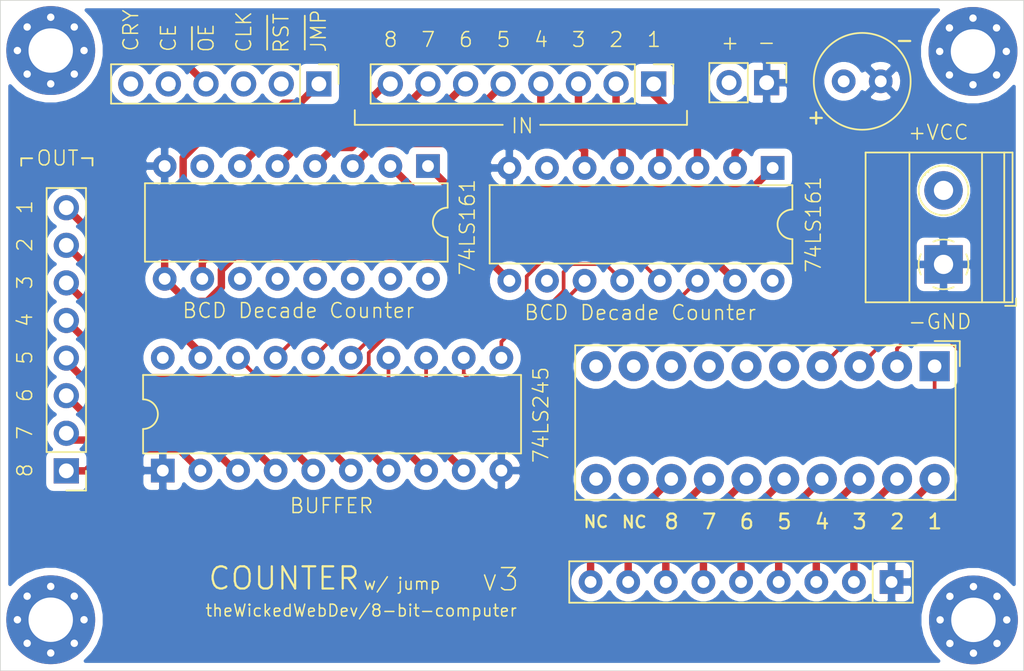
<source format=kicad_pcb>
(kicad_pcb (version 20171130) (host pcbnew "(5.1.9-0-10_14)")
  (layers (0 F.Cu signal) (1 In1.Cu signal) (2 In2.Cu signal hide) (31 B.Cu signal hide) (34 B.Paste user) (35 F.Paste user) (36 B.SilkS user) (37 F.SilkS user) (38 B.Mask user) (39 F.Mask user) (44 Edge.Cuts user))
  (net 0 "")
  (net 1 GND)
  (net 2 VCC)
  (net 3 CE)
  (net 4 OE)
  (net 5 CLOCK)
  (net 6 RESET)
  (net 7 JUMP)
  (net 8 D8)
  (net 9 D7)
  (net 10 D6)
  (net 11 D5)
  (net 12 D4)
  (net 13 D3)
  (net 14 D2)
  (net 15 D1)
  (net 16 "Net-(U12-Pad10)")
  (net 17 "Net-(BAR1-Pad20)")
  (net 18 "Net-(BAR1-Pad19)")
  (net 19 "Net-(BAR1-Pad18)")
  (net 20 "Net-(BAR1-Pad17)")
  (net 21 "Net-(BAR1-Pad9)")
  (net 22 "Net-(BAR1-Pad10)")
  (net 23 "Net-(BAR1-Pad11)")
  (net 24 "Net-(BAR1-Pad12)")
  (net 25 "Net-(BAR1-Pad16)")
  (net 26 "Net-(BAR1-Pad15)")
  (net 27 "Net-(BAR1-Pad14)")
  (net 28 "Net-(BAR1-Pad13)")
  (net 29 B0)
  (net 30 B1)
  (net 31 B2)
  (net 32 B3)
  (net 33 B4)
  (net 34 B5)
  (net 35 B6)
  (net 36 B7)
  (net 37 CARRY_OUT)
  (net 38 OUT_01)
  (net 39 OUT_02)
  (net 40 OUT_03)
  (net 41 OUT_04)
  (net 42 OUT_05)
  (net 43 OUT_06)
  (net 44 OUT_07)
  (net 45 OUT_08)
  (module Connector_PinHeader_2.54mm:PinHeader_1x06_P2.54mm_Vertical (layer F.Cu) (at 98.2955 36.806 270)
    (fp_text reference J22 hide)
    (fp_text value Conn_01x06 hide)
    (fp_line (start -1.33 14.03) (end 1.33 14.03) (layer F.SilkS) (width 0.12))
    (fp_line (start -1.33 1.27) (end -1.33 14.03) (layer F.SilkS) (width 0.12))
    (fp_line (start 1.33 1.27) (end 1.33 14.03) (layer F.SilkS) (width 0.12))
    (fp_line (start -1.33 1.27) (end 1.33 1.27) (layer F.SilkS) (width 0.12))
    (fp_line (start -1.33 0) (end -1.33 -1.33) (layer F.SilkS) (width 0.12))
    (fp_line (start -1.33 -1.33) (end 0 -1.33) (layer F.SilkS) (width 0.12))
    (pad 6 thru_hole oval (at 0 12.7 270) (size 1.7 1.7) (drill 1) (layers *.Cu *.Mask) (net 37 CARRY_OUT))
    (pad 5 thru_hole oval (at 0 10.16 270) (size 1.7 1.7) (drill 1) (layers *.Cu *.Mask) (net 3 CE))
    (pad 4 thru_hole oval (at 0 7.62 270) (size 1.7 1.7) (drill 1) (layers *.Cu *.Mask) (net 4 OE))
    (pad 3 thru_hole oval (at 0 5.08 270) (size 1.7 1.7) (drill 1) (layers *.Cu *.Mask) (net 5 CLOCK))
    (pad 2 thru_hole oval (at 0 2.54 270) (size 1.7 1.7) (drill 1) (layers *.Cu *.Mask) (net 6 RESET))
    (pad 1 thru_hole rect (at 0 0 270) (size 1.7 1.7) (drill 1) (layers *.Cu *.Mask) (net 7 JUMP))
  )
  (module MountingHole:MountingHole_3mm_Pad_Via (layer F.Cu) (at 142.4915 73.0185)
    (fp_text reference REF** hide)
    (fp_text value MountingHole_3mm_Pad_Via hide)
    (pad 1 thru_hole circle (at 1.59099 -1.59099) (size 0.8 0.8) (drill 0.5) (layers *.Cu *.Mask))
    (pad 1 thru_hole circle (at 0 -2.25) (size 0.8 0.8) (drill 0.5) (layers *.Cu *.Mask))
    (pad 1 thru_hole circle (at -1.59099 -1.59099) (size 0.8 0.8) (drill 0.5) (layers *.Cu *.Mask))
    (pad 1 thru_hole circle (at -2.25 0) (size 0.8 0.8) (drill 0.5) (layers *.Cu *.Mask))
    (pad 1 thru_hole circle (at -1.59099 1.59099) (size 0.8 0.8) (drill 0.5) (layers *.Cu *.Mask))
    (pad 1 thru_hole circle (at 0 2.25) (size 0.8 0.8) (drill 0.5) (layers *.Cu *.Mask))
    (pad 1 thru_hole circle (at 1.59099 1.59099) (size 0.8 0.8) (drill 0.5) (layers *.Cu *.Mask))
    (pad 1 thru_hole circle (at 2.25 0) (size 0.8 0.8) (drill 0.5) (layers *.Cu *.Mask))
    (pad 1 thru_hole circle (at 0 0) (size 6 6) (drill 3) (layers *.Cu *.Mask))
  )
  (module MountingHole:MountingHole_3mm_Pad_Via (layer F.Cu) (at 80.1915 73.0085)
    (fp_text reference REF** hide)
    (fp_text value MountingHole_3mm_Pad_Via hide)
    (pad 1 thru_hole circle (at 0 0) (size 6 6) (drill 3) (layers *.Cu *.Mask))
    (pad 1 thru_hole circle (at 2.25 0) (size 0.8 0.8) (drill 0.5) (layers *.Cu *.Mask))
    (pad 1 thru_hole circle (at 1.59099 1.59099) (size 0.8 0.8) (drill 0.5) (layers *.Cu *.Mask))
    (pad 1 thru_hole circle (at 0 2.25) (size 0.8 0.8) (drill 0.5) (layers *.Cu *.Mask))
    (pad 1 thru_hole circle (at -1.59099 1.59099) (size 0.8 0.8) (drill 0.5) (layers *.Cu *.Mask))
    (pad 1 thru_hole circle (at -2.25 0) (size 0.8 0.8) (drill 0.5) (layers *.Cu *.Mask))
    (pad 1 thru_hole circle (at -1.59099 -1.59099) (size 0.8 0.8) (drill 0.5) (layers *.Cu *.Mask))
    (pad 1 thru_hole circle (at 0 -2.25) (size 0.8 0.8) (drill 0.5) (layers *.Cu *.Mask))
    (pad 1 thru_hole circle (at 1.59099 -1.59099) (size 0.8 0.8) (drill 0.5) (layers *.Cu *.Mask))
  )
  (module MountingHole:MountingHole_3mm_Pad_Via (layer F.Cu) (at 142.4615 34.6085)
    (fp_text reference REF** hide)
    (fp_text value MountingHole_3mm_Pad_Via hide)
    (pad 1 thru_hole circle (at 0 0) (size 6 6) (drill 3) (layers *.Cu *.Mask))
    (pad 1 thru_hole circle (at 2.25 0) (size 0.8 0.8) (drill 0.5) (layers *.Cu *.Mask))
    (pad 1 thru_hole circle (at 1.59099 1.59099) (size 0.8 0.8) (drill 0.5) (layers *.Cu *.Mask))
    (pad 1 thru_hole circle (at 0 2.25) (size 0.8 0.8) (drill 0.5) (layers *.Cu *.Mask))
    (pad 1 thru_hole circle (at -1.59099 1.59099) (size 0.8 0.8) (drill 0.5) (layers *.Cu *.Mask))
    (pad 1 thru_hole circle (at -2.25 0) (size 0.8 0.8) (drill 0.5) (layers *.Cu *.Mask))
    (pad 1 thru_hole circle (at -1.59099 -1.59099) (size 0.8 0.8) (drill 0.5) (layers *.Cu *.Mask))
    (pad 1 thru_hole circle (at 0 -2.25) (size 0.8 0.8) (drill 0.5) (layers *.Cu *.Mask))
    (pad 1 thru_hole circle (at 1.59099 -1.59099) (size 0.8 0.8) (drill 0.5) (layers *.Cu *.Mask))
  )
  (module MountingHole:MountingHole_3mm_Pad_Via (layer F.Cu) (at 80.1915 34.5485)
    (fp_text reference REF** hide)
    (fp_text value MountingHole_3mm_Pad_Via hide)
    (pad 1 thru_hole circle (at 1.59099 -1.59099) (size 0.8 0.8) (drill 0.5) (layers *.Cu *.Mask))
    (pad 1 thru_hole circle (at 0 -2.25) (size 0.8 0.8) (drill 0.5) (layers *.Cu *.Mask))
    (pad 1 thru_hole circle (at -1.59099 -1.59099) (size 0.8 0.8) (drill 0.5) (layers *.Cu *.Mask))
    (pad 1 thru_hole circle (at -2.25 0) (size 0.8 0.8) (drill 0.5) (layers *.Cu *.Mask))
    (pad 1 thru_hole circle (at -1.59099 1.59099) (size 0.8 0.8) (drill 0.5) (layers *.Cu *.Mask))
    (pad 1 thru_hole circle (at 0 2.25) (size 0.8 0.8) (drill 0.5) (layers *.Cu *.Mask))
    (pad 1 thru_hole circle (at 1.59099 1.59099) (size 0.8 0.8) (drill 0.5) (layers *.Cu *.Mask))
    (pad 1 thru_hole circle (at 2.25 0) (size 0.8 0.8) (drill 0.5) (layers *.Cu *.Mask))
    (pad 1 thru_hole circle (at 0 0) (size 6 6) (drill 3) (layers *.Cu *.Mask))
  )
  (module Resistor_THT:R_Array_SIP9 (layer F.Cu) (at 136.9615 70.4585 180)
    (fp_text reference RN1 hide)
    (fp_text value R_Network08 hide)
    (fp_line (start 1.27 -1.4) (end 1.27 1.4) (layer F.SilkS) (width 0.12))
    (fp_line (start 21.76 -1.4) (end -1.44 -1.4) (layer F.SilkS) (width 0.12))
    (fp_line (start 21.76 1.4) (end 21.76 -1.4) (layer F.SilkS) (width 0.12))
    (fp_line (start -1.44 1.4) (end 21.76 1.4) (layer F.SilkS) (width 0.12))
    (fp_line (start -1.44 -1.4) (end -1.44 1.4) (layer F.SilkS) (width 0.12))
    (pad 9 thru_hole oval (at 20.32 0 180) (size 1.6 1.6) (drill 0.8) (layers *.Cu *.Mask) (net 28 "Net-(BAR1-Pad13)"))
    (pad 8 thru_hole oval (at 17.78 0 180) (size 1.6 1.6) (drill 0.8) (layers *.Cu *.Mask) (net 27 "Net-(BAR1-Pad14)"))
    (pad 7 thru_hole oval (at 15.24 0 180) (size 1.6 1.6) (drill 0.8) (layers *.Cu *.Mask) (net 26 "Net-(BAR1-Pad15)"))
    (pad 6 thru_hole oval (at 12.7 0 180) (size 1.6 1.6) (drill 0.8) (layers *.Cu *.Mask) (net 25 "Net-(BAR1-Pad16)"))
    (pad 5 thru_hole oval (at 10.16 0 180) (size 1.6 1.6) (drill 0.8) (layers *.Cu *.Mask) (net 20 "Net-(BAR1-Pad17)"))
    (pad 4 thru_hole oval (at 7.62 0 180) (size 1.6 1.6) (drill 0.8) (layers *.Cu *.Mask) (net 19 "Net-(BAR1-Pad18)"))
    (pad 3 thru_hole oval (at 5.08 0 180) (size 1.6 1.6) (drill 0.8) (layers *.Cu *.Mask) (net 18 "Net-(BAR1-Pad19)"))
    (pad 2 thru_hole oval (at 2.54 0 180) (size 1.6 1.6) (drill 0.8) (layers *.Cu *.Mask) (net 17 "Net-(BAR1-Pad20)"))
    (pad 1 thru_hole rect (at 0 0 180) (size 1.6 1.6) (drill 0.8) (layers *.Cu *.Mask) (net 1 GND))
  )
  (module Display:HDSP-4830 (layer F.Cu) (at 139.8715 55.8785 270)
    (fp_text reference BAR1 hide)
    (fp_text value HDSP-4830_2 hide)
    (fp_line (start 9.03 -1.41) (end 9.03 24.27) (layer F.SilkS) (width 0.12))
    (fp_line (start -1.41 -1.41) (end 9.03 -1.41) (layer F.SilkS) (width 0.12))
    (fp_line (start -1.41 24.27) (end -1.41 -1.41) (layer F.SilkS) (width 0.12))
    (fp_line (start 9.03 24.27) (end -1.41 24.27) (layer F.SilkS) (width 0.12))
    (fp_line (start -1.7 -1.7) (end -1.7 0) (layer F.SilkS) (width 0.12))
    (fp_line (start 0 -1.7) (end -1.7 -1.7) (layer F.SilkS) (width 0.12))
    (pad 20 thru_hole circle (at 7.62 0 180) (size 2.032 2.032) (drill 0.9144) (layers *.Cu *.Mask) (net 17 "Net-(BAR1-Pad20)"))
    (pad 19 thru_hole circle (at 7.62 2.54 180) (size 2.032 2.032) (drill 0.9144) (layers *.Cu *.Mask) (net 18 "Net-(BAR1-Pad19)"))
    (pad 18 thru_hole circle (at 7.62 5.08 180) (size 2.032 2.032) (drill 0.9144) (layers *.Cu *.Mask) (net 19 "Net-(BAR1-Pad18)"))
    (pad 17 thru_hole circle (at 7.62 7.62 180) (size 2.032 2.032) (drill 0.9144) (layers *.Cu *.Mask) (net 20 "Net-(BAR1-Pad17)"))
    (pad 9 thru_hole circle (at 0 20.32 180) (size 2.032 2.032) (drill 0.9144) (layers *.Cu *.Mask) (net 21 "Net-(BAR1-Pad9)"))
    (pad 10 thru_hole circle (at 0 22.86 180) (size 2.032 2.032) (drill 0.9144) (layers *.Cu *.Mask) (net 22 "Net-(BAR1-Pad10)"))
    (pad 11 thru_hole circle (at 7.62 22.86 180) (size 2.032 2.032) (drill 0.9144) (layers *.Cu *.Mask) (net 23 "Net-(BAR1-Pad11)"))
    (pad 12 thru_hole circle (at 7.62 20.32 180) (size 2.032 2.032) (drill 0.9144) (layers *.Cu *.Mask) (net 24 "Net-(BAR1-Pad12)"))
    (pad 8 thru_hole circle (at 0 17.78 180) (size 2.032 2.032) (drill 0.9144) (layers *.Cu *.Mask) (net 29 B0))
    (pad 7 thru_hole circle (at 0 15.24 180) (size 2.032 2.032) (drill 0.9144) (layers *.Cu *.Mask) (net 30 B1))
    (pad 6 thru_hole circle (at 0 12.7 180) (size 2.032 2.032) (drill 0.9144) (layers *.Cu *.Mask) (net 31 B2))
    (pad 5 thru_hole circle (at 0 10.16 180) (size 2.032 2.032) (drill 0.9144) (layers *.Cu *.Mask) (net 32 B3))
    (pad 16 thru_hole circle (at 7.62 10.16 180) (size 2.032 2.032) (drill 0.9144) (layers *.Cu *.Mask) (net 25 "Net-(BAR1-Pad16)"))
    (pad 15 thru_hole circle (at 7.62 12.7 180) (size 2.032 2.032) (drill 0.9144) (layers *.Cu *.Mask) (net 26 "Net-(BAR1-Pad15)"))
    (pad 14 thru_hole circle (at 7.62 15.24 180) (size 2.032 2.032) (drill 0.9144) (layers *.Cu *.Mask) (net 27 "Net-(BAR1-Pad14)"))
    (pad 13 thru_hole circle (at 7.62 17.78 180) (size 2.032 2.032) (drill 0.9144) (layers *.Cu *.Mask) (net 28 "Net-(BAR1-Pad13)"))
    (pad 4 thru_hole circle (at 0 7.62 180) (size 2.032 2.032) (drill 0.9144) (layers *.Cu *.Mask) (net 33 B4))
    (pad 3 thru_hole circle (at 0 5.08 180) (size 2.032 2.032) (drill 0.9144) (layers *.Cu *.Mask) (net 34 B5))
    (pad 2 thru_hole circle (at 0 2.54 180) (size 2.032 2.032) (drill 0.9144) (layers *.Cu *.Mask) (net 35 B6))
    (pad 1 thru_hole rect (at 0 0 180) (size 2.032 2.032) (drill 0.9144) (layers *.Cu *.Mask) (net 36 B7))
  )
  (module TerminalBlock_Phoenix:TerminalBlock_Phoenix_MKDS-1,5-2_1x02_P5.00mm_Horizontal (layer F.Cu) (at 140.4715 48.9985 90)
    (fp_text reference J1 hide)
    (fp_text value Screw_Terminal_01x02 hide)
    (fp_line (start -2.8 4.9) (end -2.3 4.9) (layer F.SilkS) (width 0.12))
    (fp_line (start -2.8 4.16) (end -2.8 4.9) (layer F.SilkS) (width 0.12))
    (fp_line (start 3.773 1.023) (end 3.726 1.069) (layer F.SilkS) (width 0.12))
    (fp_line (start 6.07 -1.275) (end 6.035 -1.239) (layer F.SilkS) (width 0.12))
    (fp_line (start 3.966 1.239) (end 3.931 1.274) (layer F.SilkS) (width 0.12))
    (fp_line (start 6.275 -1.069) (end 6.228 -1.023) (layer F.SilkS) (width 0.12))
    (fp_line (start 7.56 -5.261) (end 7.56 4.66) (layer F.SilkS) (width 0.12))
    (fp_line (start -2.56 -5.261) (end -2.56 4.66) (layer F.SilkS) (width 0.12))
    (fp_line (start -2.56 4.66) (end 7.56 4.66) (layer F.SilkS) (width 0.12))
    (fp_line (start -2.56 -5.261) (end 7.56 -5.261) (layer F.SilkS) (width 0.12))
    (fp_line (start -2.56 -2.301) (end 7.56 -2.301) (layer F.SilkS) (width 0.12))
    (fp_line (start -2.56 2.6) (end 7.56 2.6) (layer F.SilkS) (width 0.12))
    (fp_line (start -2.56 4.1) (end 7.56 4.1) (layer F.SilkS) (width 0.12))
    (fp_circle (center 5 0) (end 6.68 0) (layer F.SilkS) (width 0.12))
    (fp_arc (start 0 0) (end -0.684 1.535) (angle -25) (layer F.SilkS) (width 0.12))
    (fp_arc (start 0 0) (end -1.535 -0.684) (angle -48) (layer F.SilkS) (width 0.12))
    (fp_arc (start 0 0) (end 0.684 -1.535) (angle -48) (layer F.SilkS) (width 0.12))
    (fp_arc (start 0 0) (end 1.535 0.684) (angle -48) (layer F.SilkS) (width 0.12))
    (fp_arc (start 0 0) (end 0 1.68) (angle -24) (layer F.SilkS) (width 0.12))
    (pad 2 thru_hole circle (at 5 0 90) (size 2.6 2.6) (drill 1.3) (layers *.Cu *.Mask) (net 2 VCC))
    (pad 1 thru_hole rect (at 0 0 90) (size 2.6 2.6) (drill 1.3) (layers *.Cu *.Mask) (net 1 GND))
  )
  (module Connector_PinHeader_2.54mm:PinHeader_1x08_P2.54mm_Vertical (layer F.Cu) (at 120.9015 36.806 270)
    (fp_text reference J23 hide)
    (fp_text value Conn_01x08 hide)
    (fp_line (start -1.33 -1.33) (end 0 -1.33) (layer F.SilkS) (width 0.12))
    (fp_line (start -1.33 0) (end -1.33 -1.33) (layer F.SilkS) (width 0.12))
    (fp_line (start -1.33 1.27) (end 1.33 1.27) (layer F.SilkS) (width 0.12))
    (fp_line (start 1.33 1.27) (end 1.33 19.11) (layer F.SilkS) (width 0.12))
    (fp_line (start -1.33 1.27) (end -1.33 19.11) (layer F.SilkS) (width 0.12))
    (fp_line (start -1.33 19.11) (end 1.33 19.11) (layer F.SilkS) (width 0.12))
    (pad 8 thru_hole oval (at 0 17.78 270) (size 1.7 1.7) (drill 1) (layers *.Cu *.Mask) (net 8 D8))
    (pad 7 thru_hole oval (at 0 15.24 270) (size 1.7 1.7) (drill 1) (layers *.Cu *.Mask) (net 9 D7))
    (pad 6 thru_hole oval (at 0 12.7 270) (size 1.7 1.7) (drill 1) (layers *.Cu *.Mask) (net 10 D6))
    (pad 5 thru_hole oval (at 0 10.16 270) (size 1.7 1.7) (drill 1) (layers *.Cu *.Mask) (net 11 D5))
    (pad 4 thru_hole oval (at 0 7.62 270) (size 1.7 1.7) (drill 1) (layers *.Cu *.Mask) (net 12 D4))
    (pad 3 thru_hole oval (at 0 5.08 270) (size 1.7 1.7) (drill 1) (layers *.Cu *.Mask) (net 13 D3))
    (pad 2 thru_hole oval (at 0 2.54 270) (size 1.7 1.7) (drill 1) (layers *.Cu *.Mask) (net 14 D2))
    (pad 1 thru_hole rect (at 0 0 270) (size 1.7 1.7) (drill 1) (layers *.Cu *.Mask) (net 15 D1))
  )
  (module Connector_PinHeader_2.54mm:PinHeader_1x08_P2.54mm_Vertical (layer F.Cu) (at 81.244 62.9485 180)
    (fp_text reference J24 hide)
    (fp_text value Conn_01x08 hide)
    (fp_line (start -1.33 -1.33) (end 0 -1.33) (layer F.SilkS) (width 0.12))
    (fp_line (start -1.33 0) (end -1.33 -1.33) (layer F.SilkS) (width 0.12))
    (fp_line (start -1.33 1.27) (end 1.33 1.27) (layer F.SilkS) (width 0.12))
    (fp_line (start 1.33 1.27) (end 1.33 19.11) (layer F.SilkS) (width 0.12))
    (fp_line (start -1.33 1.27) (end -1.33 19.11) (layer F.SilkS) (width 0.12))
    (fp_line (start -1.33 19.11) (end 1.33 19.11) (layer F.SilkS) (width 0.12))
    (pad 8 thru_hole oval (at 0 17.78 180) (size 1.7 1.7) (drill 1) (layers *.Cu *.Mask) (net 38 OUT_01))
    (pad 7 thru_hole oval (at 0 15.24 180) (size 1.7 1.7) (drill 1) (layers *.Cu *.Mask) (net 39 OUT_02))
    (pad 6 thru_hole oval (at 0 12.7 180) (size 1.7 1.7) (drill 1) (layers *.Cu *.Mask) (net 40 OUT_03))
    (pad 5 thru_hole oval (at 0 10.16 180) (size 1.7 1.7) (drill 1) (layers *.Cu *.Mask) (net 41 OUT_04))
    (pad 4 thru_hole oval (at 0 7.62 180) (size 1.7 1.7) (drill 1) (layers *.Cu *.Mask) (net 42 OUT_05))
    (pad 3 thru_hole oval (at 0 5.08 180) (size 1.7 1.7) (drill 1) (layers *.Cu *.Mask) (net 43 OUT_06))
    (pad 2 thru_hole oval (at 0 2.54 180) (size 1.7 1.7) (drill 1) (layers *.Cu *.Mask) (net 44 OUT_07))
    (pad 1 thru_hole rect (at 0 0 180) (size 1.7 1.7) (drill 1) (layers *.Cu *.Mask) (net 45 OUT_08))
  )
  (module Package_DIP:DIP-16_W7.62mm (layer F.Cu) (at 128.936 42.4815 270)
    (fp_text reference U14 hide)
    (fp_text value 74LS161 hide)
    (fp_line (start 6.46 -1.33) (end 4.81 -1.33) (layer F.SilkS) (width 0.12))
    (fp_line (start 6.46 19.11) (end 6.46 -1.33) (layer F.SilkS) (width 0.12))
    (fp_line (start 1.16 19.11) (end 6.46 19.11) (layer F.SilkS) (width 0.12))
    (fp_line (start 1.16 -1.33) (end 1.16 19.11) (layer F.SilkS) (width 0.12))
    (fp_line (start 2.81 -1.33) (end 1.16 -1.33) (layer F.SilkS) (width 0.12))
    (fp_arc (start 3.81 -1.33) (end 2.81 -1.33) (angle -180) (layer F.SilkS) (width 0.12))
    (pad 16 thru_hole oval (at 7.62 0 270) (size 1.6 1.6) (drill 0.8) (layers *.Cu *.Mask) (net 2 VCC))
    (pad 8 thru_hole oval (at 0 17.78 270) (size 1.6 1.6) (drill 0.8) (layers *.Cu *.Mask) (net 1 GND))
    (pad 15 thru_hole oval (at 7.62 2.54 270) (size 1.6 1.6) (drill 0.8) (layers *.Cu *.Mask) (net 16 "Net-(U12-Pad10)"))
    (pad 7 thru_hole oval (at 0 15.24 270) (size 1.6 1.6) (drill 0.8) (layers *.Cu *.Mask) (net 3 CE))
    (pad 14 thru_hole oval (at 7.62 5.08 270) (size 1.6 1.6) (drill 0.8) (layers *.Cu *.Mask) (net 29 B0))
    (pad 6 thru_hole oval (at 0 12.7 270) (size 1.6 1.6) (drill 0.8) (layers *.Cu *.Mask) (net 12 D4))
    (pad 13 thru_hole oval (at 7.62 7.62 270) (size 1.6 1.6) (drill 0.8) (layers *.Cu *.Mask) (net 30 B1))
    (pad 5 thru_hole oval (at 0 10.16 270) (size 1.6 1.6) (drill 0.8) (layers *.Cu *.Mask) (net 13 D3))
    (pad 12 thru_hole oval (at 7.62 10.16 270) (size 1.6 1.6) (drill 0.8) (layers *.Cu *.Mask) (net 31 B2))
    (pad 4 thru_hole oval (at 0 7.62 270) (size 1.6 1.6) (drill 0.8) (layers *.Cu *.Mask) (net 14 D2))
    (pad 11 thru_hole oval (at 7.62 12.7 270) (size 1.6 1.6) (drill 0.8) (layers *.Cu *.Mask) (net 32 B3))
    (pad 3 thru_hole oval (at 0 5.08 270) (size 1.6 1.6) (drill 0.8) (layers *.Cu *.Mask) (net 15 D1))
    (pad 10 thru_hole oval (at 7.62 15.24 270) (size 1.6 1.6) (drill 0.8) (layers *.Cu *.Mask) (net 3 CE))
    (pad 2 thru_hole oval (at 0 2.54 270) (size 1.6 1.6) (drill 0.8) (layers *.Cu *.Mask) (net 5 CLOCK))
    (pad 9 thru_hole oval (at 7.62 17.78 270) (size 1.6 1.6) (drill 0.8) (layers *.Cu *.Mask) (net 7 JUMP))
    (pad 1 thru_hole rect (at 0 0 270) (size 1.6 1.6) (drill 0.8) (layers *.Cu *.Mask) (net 6 RESET))
  )
  (module Package_DIP:DIP-20_W7.62mm (layer F.Cu) (at 87.757 62.9285 90)
    (fp_text reference U47 hide)
    (fp_text value 74LS245 hide)
    (fp_line (start 6.46 -1.33) (end 4.81 -1.33) (layer F.SilkS) (width 0.12))
    (fp_line (start 6.46 24.19) (end 6.46 -1.33) (layer F.SilkS) (width 0.12))
    (fp_line (start 1.16 24.19) (end 6.46 24.19) (layer F.SilkS) (width 0.12))
    (fp_line (start 1.16 -1.33) (end 1.16 24.19) (layer F.SilkS) (width 0.12))
    (fp_line (start 2.81 -1.33) (end 1.16 -1.33) (layer F.SilkS) (width 0.12))
    (fp_arc (start 3.81 -1.33) (end 2.81 -1.33) (angle -180) (layer F.SilkS) (width 0.12))
    (pad 20 thru_hole oval (at 7.62 0 90) (size 1.6 1.6) (drill 0.8) (layers *.Cu *.Mask) (net 2 VCC))
    (pad 10 thru_hole oval (at 0 22.86 90) (size 1.6 1.6) (drill 0.8) (layers *.Cu *.Mask) (net 1 GND))
    (pad 19 thru_hole oval (at 7.62 2.54 90) (size 1.6 1.6) (drill 0.8) (layers *.Cu *.Mask) (net 4 OE))
    (pad 9 thru_hole oval (at 0 20.32 90) (size 1.6 1.6) (drill 0.8) (layers *.Cu *.Mask) (net 38 OUT_01))
    (pad 18 thru_hole oval (at 7.62 5.08 90) (size 1.6 1.6) (drill 0.8) (layers *.Cu *.Mask) (net 29 B0))
    (pad 8 thru_hole oval (at 0 17.78 90) (size 1.6 1.6) (drill 0.8) (layers *.Cu *.Mask) (net 39 OUT_02))
    (pad 17 thru_hole oval (at 7.62 7.62 90) (size 1.6 1.6) (drill 0.8) (layers *.Cu *.Mask) (net 30 B1))
    (pad 7 thru_hole oval (at 0 15.24 90) (size 1.6 1.6) (drill 0.8) (layers *.Cu *.Mask) (net 40 OUT_03))
    (pad 16 thru_hole oval (at 7.62 10.16 90) (size 1.6 1.6) (drill 0.8) (layers *.Cu *.Mask) (net 31 B2))
    (pad 6 thru_hole oval (at 0 12.7 90) (size 1.6 1.6) (drill 0.8) (layers *.Cu *.Mask) (net 41 OUT_04))
    (pad 15 thru_hole oval (at 7.62 12.7 90) (size 1.6 1.6) (drill 0.8) (layers *.Cu *.Mask) (net 32 B3))
    (pad 5 thru_hole oval (at 0 10.16 90) (size 1.6 1.6) (drill 0.8) (layers *.Cu *.Mask) (net 42 OUT_05))
    (pad 14 thru_hole oval (at 7.62 15.24 90) (size 1.6 1.6) (drill 0.8) (layers *.Cu *.Mask) (net 33 B4))
    (pad 4 thru_hole oval (at 0 7.62 90) (size 1.6 1.6) (drill 0.8) (layers *.Cu *.Mask) (net 43 OUT_06))
    (pad 13 thru_hole oval (at 7.62 17.78 90) (size 1.6 1.6) (drill 0.8) (layers *.Cu *.Mask) (net 34 B5))
    (pad 3 thru_hole oval (at 0 5.08 90) (size 1.6 1.6) (drill 0.8) (layers *.Cu *.Mask) (net 44 OUT_07))
    (pad 12 thru_hole oval (at 7.62 20.32 90) (size 1.6 1.6) (drill 0.8) (layers *.Cu *.Mask) (net 35 B6))
    (pad 2 thru_hole oval (at 0 2.54 90) (size 1.6 1.6) (drill 0.8) (layers *.Cu *.Mask) (net 45 OUT_08))
    (pad 11 thru_hole oval (at 7.62 22.86 90) (size 1.6 1.6) (drill 0.8) (layers *.Cu *.Mask) (net 36 B7))
    (pad 1 thru_hole rect (at 0 0 90) (size 1.6 1.6) (drill 0.8) (layers *.Cu *.Mask) (net 1 GND))
  )
  (module Package_DIP:DIP-16_W7.62mm (layer F.Cu) (at 105.664 42.3545 270)
    (fp_text reference U12 hide)
    (fp_text value 74LS161 hide)
    (fp_line (start 6.46 -1.33) (end 4.81 -1.33) (layer F.SilkS) (width 0.12))
    (fp_line (start 6.46 19.11) (end 6.46 -1.33) (layer F.SilkS) (width 0.12))
    (fp_line (start 1.16 19.11) (end 6.46 19.11) (layer F.SilkS) (width 0.12))
    (fp_line (start 1.16 -1.33) (end 1.16 19.11) (layer F.SilkS) (width 0.12))
    (fp_line (start 2.81 -1.33) (end 1.16 -1.33) (layer F.SilkS) (width 0.12))
    (fp_arc (start 3.81 -1.33) (end 2.81 -1.33) (angle -180) (layer F.SilkS) (width 0.12))
    (pad 16 thru_hole oval (at 7.62 0 270) (size 1.6 1.6) (drill 0.8) (layers *.Cu *.Mask) (net 2 VCC))
    (pad 8 thru_hole oval (at 0 17.78 270) (size 1.6 1.6) (drill 0.8) (layers *.Cu *.Mask) (net 1 GND))
    (pad 15 thru_hole oval (at 7.62 2.54 270) (size 1.6 1.6) (drill 0.8) (layers *.Cu *.Mask) (net 37 CARRY_OUT))
    (pad 7 thru_hole oval (at 0 15.24 270) (size 1.6 1.6) (drill 0.8) (layers *.Cu *.Mask) (net 2 VCC))
    (pad 14 thru_hole oval (at 7.62 5.08 270) (size 1.6 1.6) (drill 0.8) (layers *.Cu *.Mask) (net 33 B4))
    (pad 6 thru_hole oval (at 0 12.7 270) (size 1.6 1.6) (drill 0.8) (layers *.Cu *.Mask) (net 8 D8))
    (pad 13 thru_hole oval (at 7.62 7.62 270) (size 1.6 1.6) (drill 0.8) (layers *.Cu *.Mask) (net 34 B5))
    (pad 5 thru_hole oval (at 0 10.16 270) (size 1.6 1.6) (drill 0.8) (layers *.Cu *.Mask) (net 9 D7))
    (pad 12 thru_hole oval (at 7.62 10.16 270) (size 1.6 1.6) (drill 0.8) (layers *.Cu *.Mask) (net 35 B6))
    (pad 4 thru_hole oval (at 0 7.62 270) (size 1.6 1.6) (drill 0.8) (layers *.Cu *.Mask) (net 10 D6))
    (pad 11 thru_hole oval (at 7.62 12.7 270) (size 1.6 1.6) (drill 0.8) (layers *.Cu *.Mask) (net 36 B7))
    (pad 3 thru_hole oval (at 0 5.08 270) (size 1.6 1.6) (drill 0.8) (layers *.Cu *.Mask) (net 11 D5))
    (pad 10 thru_hole oval (at 7.62 15.24 270) (size 1.6 1.6) (drill 0.8) (layers *.Cu *.Mask) (net 16 "Net-(U12-Pad10)"))
    (pad 2 thru_hole oval (at 0 2.54 270) (size 1.6 1.6) (drill 0.8) (layers *.Cu *.Mask) (net 5 CLOCK))
    (pad 9 thru_hole oval (at 7.62 17.78 270) (size 1.6 1.6) (drill 0.8) (layers *.Cu *.Mask) (net 7 JUMP))
    (pad 1 thru_hole rect (at 0 0 270) (size 1.6 1.6) (drill 0.8) (layers *.Cu *.Mask) (net 6 RESET))
  )
  (module Connector_PinHeader_2.54mm:PinHeader_1x02_P2.54mm_Vertical (layer F.Cu) (at 128.529 36.7195 270)
    (fp_text reference J10 hide)
    (fp_text value Conn_01x04 hide)
    (fp_line (start -1.33 -1.33) (end 0 -1.33) (layer F.SilkS) (width 0.12))
    (fp_line (start -1.33 0) (end -1.33 -1.33) (layer F.SilkS) (width 0.12))
    (fp_line (start -1.33 1.27) (end 1.33 1.27) (layer F.SilkS) (width 0.12))
    (fp_line (start 1.33 1.27) (end 1.33 3.87) (layer F.SilkS) (width 0.12))
    (fp_line (start -1.33 1.27) (end -1.33 3.87) (layer F.SilkS) (width 0.12))
    (fp_line (start -1.33 3.87) (end 1.33 3.87) (layer F.SilkS) (width 0.12))
    (pad 2 thru_hole oval (at 0 2.54 270) (size 1.7 1.7) (drill 1) (layers *.Cu *.Mask) (net 2 VCC))
    (pad 1 thru_hole rect (at 0 0 270) (size 1.7 1.7) (drill 1) (layers *.Cu *.Mask) (net 1 GND))
  )
  (module Capacitor_THT:C_Radial_D6.3mm_H11.0mm_P2.50mm (layer F.Cu) (at 133.7315 36.6285)
    (fp_text reference C10 hide)
    (fp_text value CP1 hide)
    (fp_circle (center 1.25 0) (end 4.52 0) (layer F.SilkS) (width 0.12))
    (pad 2 thru_hole circle (at 2.5 0) (size 1.6 1.6) (drill 0.8) (layers *.Cu *.Mask) (net 1 GND))
    (pad 1 thru_hole circle (at 0 0) (size 1.6 1.6) (drill 0.8) (layers *.Cu *.Mask) (net 2 VCC))
  )
  (gr_text v3 (at 110.5535 70.2945) (layer F.SilkS) (effects (font (size 1.5 1.5) (thickness 0.1))))
  (gr_line (start 94.8055 32.4485) (end 94.8055 32.1945) (layer F.SilkS) (width 0.12))
  (gr_line (start 97.3455 32.4485) (end 97.3455 32.1945) (layer F.SilkS) (width 0.12))
  (gr_line (start 94.8055 32.4485) (end 94.8055 34.4805) (layer F.SilkS) (width 0.12))
  (gr_line (start 97.3455 32.4485) (end 97.3455 34.4805) (layer F.SilkS) (width 0.12))
  (gr_line (start 89.7255 32.9565) (end 89.7255 34.4805) (layer F.SilkS) (width 0.12))
  (gr_text CRY (at 85.6015 33.1885 90) (layer F.SilkS) (effects (font (size 1 1) (thickness 0.1))))
  (gr_line (start 123.1515 39.5685) (end 123.1515 38.6185) (layer F.SilkS) (width 0.12))
  (gr_line (start 113.2415 39.5685) (end 123.1515 39.5685) (layer F.SilkS) (width 0.12))
  (gr_line (start 100.7215 39.5685) (end 100.7215 38.5785) (layer F.SilkS) (width 0.12))
  (gr_line (start 110.7115 39.5685) (end 100.7215 39.5685) (layer F.SilkS) (width 0.12))
  (gr_text IN (at 112.0315 39.6385) (layer F.SilkS) (effects (font (size 1 1) (thickness 0.1))))
  (gr_text + (at 131.8715 39.0285) (layer F.SilkS) (effects (font (size 1 1))))
  (gr_text - (at 137.8415 33.8285) (layer F.SilkS) (effects (font (size 1 1))))
  (gr_text -GND (at 140.2215 52.8685) (layer F.SilkS) (effects (font (size 1 1) (thickness 0.1))))
  (gr_text +VCC (at 140.1215 40.0785) (layer F.SilkS) (effects (font (size 1 1) (thickness 0.1))))
  (gr_text NC (at 117.0015 66.3885) (layer F.SilkS) (effects (font (size 0.8 0.8))))
  (gr_text NC (at 119.5915 66.4085) (layer F.SilkS) (effects (font (size 0.8 0.8))))
  (gr_text 1 (at 139.8915 66.3785) (layer F.SilkS) (effects (font (size 1 1))))
  (gr_text 2 (at 137.3515 66.3785) (layer F.SilkS) (effects (font (size 1 1))))
  (gr_text 3 (at 134.8115 66.3785) (layer F.SilkS) (effects (font (size 1 1))))
  (gr_text 4 (at 132.2715 66.3785) (layer F.SilkS) (effects (font (size 1 1))))
  (gr_text 5 (at 129.7315 66.3785) (layer F.SilkS) (effects (font (size 1 1))))
  (gr_text 6 (at 127.1915 66.3785) (layer F.SilkS) (effects (font (size 1 1))))
  (gr_text 7 (at 124.6515 66.3785) (layer F.SilkS) (effects (font (size 1 1))))
  (gr_text 8 (at 122.1115 66.3785) (layer F.SilkS) (effects (font (size 1 1))))
  (gr_line (start 76.7915 31.1585) (end 145.8815 31.1585) (layer Edge.Cuts) (width 0.05))
  (gr_line (start 76.7915 76.4585) (end 76.7915 31.1585) (layer Edge.Cuts) (width 0.05))
  (gr_line (start 145.8815 76.4585) (end 76.7915 76.4585) (layer Edge.Cuts) (width 0.05))
  (gr_line (start 145.8815 31.1585) (end 145.8815 76.4585) (layer Edge.Cuts) (width 0.05))
  (gr_text "BCD Decade Counter" (at 119.9915 52.2585) (layer F.SilkS) (effects (font (size 1 1) (thickness 0.1))))
  (gr_text 1 (at 78.4424 45.135 90) (layer F.SilkS) (effects (font (size 1 1) (thickness 0.1))))
  (gr_text 2 (at 78.4424 47.675 90) (layer F.SilkS) (effects (font (size 1 1) (thickness 0.1))))
  (gr_text 3 (at 78.4424 50.215 90) (layer F.SilkS) (effects (font (size 1 1) (thickness 0.1))))
  (gr_text 4 (at 78.4424 52.755 90) (layer F.SilkS) (effects (font (size 1 1) (thickness 0.1))))
  (gr_text 5 (at 78.4424 55.295 90) (layer F.SilkS) (effects (font (size 1 1) (thickness 0.1))))
  (gr_text 6 (at 78.4424 57.835 90) (layer F.SilkS) (effects (font (size 1 1) (thickness 0.1))))
  (gr_text 7 (at 78.4424 60.375 90) (layer F.SilkS) (effects (font (size 1 1) (thickness 0.1))))
  (gr_line (start 78.2015 41.8285) (end 78.2015 42.3285) (layer F.SilkS) (width 0.12))
  (gr_line (start 78.9415 41.8285) (end 78.2015 41.8285) (layer F.SilkS) (width 0.12))
  (gr_line (start 83.0115 41.8185) (end 83.0115 42.3185) (layer F.SilkS) (width 0.12))
  (gr_line (start 82.2915 41.8185) (end 83.0115 41.8185) (layer F.SilkS) (width 0.12))
  (gr_text 1 (at 120.9215 33.8085) (layer F.SilkS) (effects (font (size 1 1) (thickness 0.1))))
  (gr_text 2 (at 118.3815 33.8085) (layer F.SilkS) (effects (font (size 1 1) (thickness 0.1))))
  (gr_text 3 (at 115.8415 33.8085) (layer F.SilkS) (effects (font (size 1 1) (thickness 0.1))))
  (gr_text 4 (at 113.3015 33.8085) (layer F.SilkS) (effects (font (size 1 1) (thickness 0.1))))
  (gr_text 5 (at 110.7615 33.8085) (layer F.SilkS) (effects (font (size 1 1) (thickness 0.1))))
  (gr_text 6 (at 108.2215 33.8085) (layer F.SilkS) (effects (font (size 1 1) (thickness 0.1))))
  (gr_text 7 (at 105.6815 33.8085) (layer F.SilkS) (effects (font (size 1 1) (thickness 0.1))))
  (gr_text CE (at 88.1415 33.6985 90) (layer F.SilkS) (effects (font (size 1 1) (thickness 0.1))))
  (gr_text OE (at 90.6915 33.6985 90) (layer F.SilkS) (effects (font (size 1 1) (thickness 0.1))))
  (gr_text "w/ jump" (at 103.9115 70.5785) (layer F.SilkS) (effects (font (size 0.8 0.8) (thickness 0.1))))
  (gr_text OUT (at 80.6515 41.8185) (layer F.SilkS) (effects (font (size 1 1) (thickness 0.1))))
  (gr_text "BCD Decade Counter" (at 96.9115 52.1185) (layer F.SilkS) (effects (font (size 1 1) (thickness 0.1))))
  (gr_text 74LS245 (at 113.2915 59.1685 90) (layer F.SilkS) (effects (font (size 1 1) (thickness 0.1))))
  (gr_text 74LS161 (at 131.6915 46.3085 90) (layer F.SilkS) (effects (font (size 1 1) (thickness 0.1))))
  (gr_text 74LS161 (at 108.3215 46.4885 90) (layer F.SilkS) (effects (font (size 1 1) (thickness 0.1))))
  (gr_text BUFFER (at 99.1515 65.3085) (layer F.SilkS) (effects (font (size 1 1) (thickness 0.1))))
  (gr_text IN (at 88.3006 36.8695 90) (layer F.SilkS) (effects (font (size 0.5 0.5) (thickness 0.1))))
  (gr_text theWickedWebDev/8-bit-computer (at 101.1515 72.3885) (layer F.SilkS) (effects (font (size 0.8 0.8) (thickness 0.1))))
  (gr_text COUNTER (at 95.9421 70.2114) (layer F.SilkS) (effects (font (size 1.5 1.5))))
  (gr_text - (at 128.5215 34.1385 180) (layer F.SilkS) (effects (font (size 1 1) (thickness 0.1))))
  (gr_text + (at 125.9815 34.0785 90) (layer F.SilkS) (effects (font (size 1 1) (thickness 0.1))))
  (gr_text CLK (at 93.2315 33.2885 90) (layer F.SilkS) (effects (font (size 1 1) (thickness 0.1))))
  (gr_text RST (at 95.7515 33.3685 90) (layer F.SilkS) (effects (font (size 1 1) (thickness 0.1))))
  (gr_text JMP (at 98.2715 33.2185 90) (layer F.SilkS) (effects (font (size 1 1) (thickness 0.1))))
  (gr_text 8 (at 103.1415 33.8085) (layer F.SilkS) (effects (font (size 1 1) (thickness 0.1))))
  (gr_text 8 (at 78.4424 62.915 90) (layer F.SilkS) (effects (font (size 1 1) (thickness 0.1))))
  (segment (start 86.0415 50.7285) (end 90.297 54.984) (width 0.5) (layer F.Cu) (net 4))
  (segment (start 90.297 54.984) (end 90.297 55.3085) (width 0.5) (layer F.Cu) (net 4))
  (segment (start 86.0415 45.2485) (end 86.0415 50.7285) (width 0.5) (layer F.Cu) (net 4))
  (segment (start 84.7415 35.1485) (end 83.9115 35.9785) (width 0.5) (layer F.Cu) (net 4))
  (segment (start 83.9115 43.1185) (end 86.0415 45.2485) (width 0.5) (layer F.Cu) (net 4))
  (segment (start 83.9115 35.9785) (end 83.9115 43.1185) (width 0.5) (layer F.Cu) (net 4))
  (segment (start 89.018 35.1485) (end 84.7415 35.1485) (width 0.5) (layer F.Cu) (net 4))
  (segment (start 90.6755 36.806) (end 89.018 35.1485) (width 0.5) (layer F.Cu) (net 4))
  (segment (start 103.124 42.3545) (end 105.598 44.8285) (width 0.5) (layer F.Cu) (net 5))
  (segment (start 105.598 44.8285) (end 129.6115 44.8285) (width 0.5) (layer F.Cu) (net 5))
  (segment (start 129.6115 44.8285) (end 130.7215 43.7185) (width 0.5) (layer F.Cu) (net 5))
  (segment (start 130.7215 43.7185) (end 130.7215 41.4085) (width 0.5) (layer F.Cu) (net 5))
  (segment (start 130.7215 41.4085) (end 129.9115 40.5985) (width 0.5) (layer F.Cu) (net 5))
  (segment (start 129.9115 40.5985) (end 127.2615 40.5985) (width 0.5) (layer F.Cu) (net 5))
  (segment (start 126.396 41.464) (end 126.396 42.4815) (width 0.5) (layer F.Cu) (net 5))
  (segment (start 127.2615 40.5985) (end 126.396 41.464) (width 0.5) (layer F.Cu) (net 5))
  (segment (start 127.489 43.9285) (end 128.936 42.4815) (width 0.5) (layer F.Cu) (net 6))
  (segment (start 107.238 43.9285) (end 127.489 43.9285) (width 0.5) (layer F.Cu) (net 6))
  (segment (start 105.664 42.3545) (end 107.238 43.9285) (width 0.5) (layer F.Cu) (net 6))
  (segment (start 96.995499 38.106001) (end 95.923999 38.106001) (width 0.5) (layer F.Cu) (net 7))
  (segment (start 98.2955 36.806) (end 96.995499 38.106001) (width 0.5) (layer F.Cu) (net 7))
  (segment (start 95.923999 38.106001) (end 93.5315 40.4985) (width 0.5) (layer F.Cu) (net 7))
  (segment (start 89.134001 41.794497) (end 89.134001 46.035999) (width 0.5) (layer F.Cu) (net 7))
  (segment (start 90.429998 40.4985) (end 89.134001 41.794497) (width 0.5) (layer F.Cu) (net 7))
  (segment (start 93.5315 40.4985) (end 90.429998 40.4985) (width 0.5) (layer F.Cu) (net 7))
  (segment (start 87.884 47.286) (end 87.884 49.9745) (width 0.5) (layer F.Cu) (net 7))
  (segment (start 89.134001 46.035999) (end 87.884 47.286) (width 0.5) (layer F.Cu) (net 7))
  (segment (start 109.513 48.4585) (end 111.156 50.1015) (width 0.5) (layer F.Cu) (net 7))
  (segment (start 92.629998 48.4585) (end 109.513 48.4585) (width 0.5) (layer F.Cu) (net 7))
  (segment (start 91.713999 50.534503) (end 91.713999 49.374499) (width 0.5) (layer F.Cu) (net 7))
  (segment (start 91.713999 49.374499) (end 92.629998 48.4585) (width 0.5) (layer F.Cu) (net 7))
  (segment (start 89.408 51.4985) (end 90.750002 51.4985) (width 0.5) (layer F.Cu) (net 7))
  (segment (start 90.750002 51.4985) (end 91.713999 50.534503) (width 0.5) (layer F.Cu) (net 7))
  (segment (start 87.884 49.9745) (end 89.408 51.4985) (width 0.5) (layer F.Cu) (net 7))
  (segment (start 103.1215 36.806) (end 102.814 36.806) (width 0.5) (layer F.Cu) (net 8))
  (segment (start 102.814 36.806) (end 99.9215 39.6985) (width 0.5) (layer F.Cu) (net 8))
  (segment (start 95.62 39.6985) (end 92.964 42.3545) (width 0.5) (layer F.Cu) (net 8))
  (segment (start 99.9215 39.6985) (end 95.62 39.6985) (width 0.5) (layer F.Cu) (net 8))
  (segment (start 100.211454 40.398511) (end 97.459989 40.398511) (width 0.5) (layer F.Cu) (net 9))
  (segment (start 103.039 39.4285) (end 101.181464 39.4285) (width 0.5) (layer F.Cu) (net 9))
  (segment (start 101.181464 39.4285) (end 100.211454 40.398511) (width 0.5) (layer F.Cu) (net 9))
  (segment (start 105.6615 36.806) (end 103.039 39.4285) (width 0.5) (layer F.Cu) (net 9))
  (segment (start 97.459989 40.398511) (end 95.504 42.3545) (width 0.5) (layer F.Cu) (net 9))
  (segment (start 99.299978 41.098522) (end 98.044 42.3545) (width 0.5) (layer F.Cu) (net 10))
  (segment (start 104.878989 40.128511) (end 101.471418 40.128511) (width 0.5) (layer F.Cu) (net 10))
  (segment (start 108.2015 36.806) (end 104.878989 40.128511) (width 0.5) (layer F.Cu) (net 10))
  (segment (start 101.471418 40.128511) (end 100.501408 41.098522) (width 0.5) (layer F.Cu) (net 10))
  (segment (start 100.501408 41.098522) (end 99.299978 41.098522) (width 0.5) (layer F.Cu) (net 10))
  (segment (start 106.718979 40.828521) (end 102.109979 40.828521) (width 0.5) (layer F.Cu) (net 11))
  (segment (start 110.7415 36.806) (end 106.718979 40.828521) (width 0.5) (layer F.Cu) (net 11))
  (segment (start 102.109979 40.828521) (end 100.584 42.3545) (width 0.5) (layer F.Cu) (net 11))
  (segment (start 113.2815 36.806) (end 113.2815 38.3685) (width 0.5) (layer F.Cu) (net 12))
  (segment (start 116.236 41.323) (end 116.236 42.4815) (width 0.5) (layer F.Cu) (net 12))
  (segment (start 113.2815 38.3685) (end 116.236 41.323) (width 0.5) (layer F.Cu) (net 12))
  (segment (start 115.8215 36.806) (end 115.8215 38.2385) (width 0.5) (layer F.Cu) (net 13))
  (segment (start 118.776 41.193) (end 118.776 42.4815) (width 0.5) (layer F.Cu) (net 13))
  (segment (start 115.8215 38.2385) (end 118.776 41.193) (width 0.5) (layer F.Cu) (net 13))
  (segment (start 118.3615 36.806) (end 118.3615 38.1585) (width 0.5) (layer F.Cu) (net 14))
  (segment (start 121.316 41.113) (end 121.316 42.4815) (width 0.5) (layer F.Cu) (net 14))
  (segment (start 118.3615 38.1585) (end 121.316 41.113) (width 0.5) (layer F.Cu) (net 14))
  (segment (start 120.9015 36.806) (end 120.9015 37.5285) (width 0.5) (layer F.Cu) (net 15))
  (segment (start 123.856 40.483) (end 123.856 42.4815) (width 0.5) (layer F.Cu) (net 15))
  (segment (start 120.9015 37.5285) (end 123.856 40.483) (width 0.5) (layer F.Cu) (net 15))
  (segment (start 91.508641 47.758489) (end 90.424 48.84313) (width 0.5) (layer F.Cu) (net 16))
  (segment (start 126.396 50.1015) (end 124.052989 47.758489) (width 0.5) (layer F.Cu) (net 16))
  (segment (start 124.052989 47.758489) (end 91.508641 47.758489) (width 0.5) (layer F.Cu) (net 16))
  (segment (start 90.424 48.84313) (end 90.424 49.9745) (width 0.5) (layer F.Cu) (net 16))
  (segment (start 134.4215 68.9485) (end 139.8715 63.4985) (width 0.5) (layer F.Cu) (net 17))
  (segment (start 134.4215 70.4585) (end 134.4215 68.9485) (width 0.5) (layer F.Cu) (net 17))
  (segment (start 131.8815 68.9485) (end 137.3315 63.4985) (width 0.5) (layer F.Cu) (net 18))
  (segment (start 131.8815 70.4585) (end 131.8815 68.9485) (width 0.5) (layer F.Cu) (net 18))
  (segment (start 129.3415 68.9485) (end 134.7915 63.4985) (width 0.5) (layer F.Cu) (net 19))
  (segment (start 129.3415 70.4585) (end 129.3415 68.9485) (width 0.5) (layer F.Cu) (net 19))
  (segment (start 126.8015 68.9485) (end 132.2515 63.4985) (width 0.5) (layer F.Cu) (net 20))
  (segment (start 126.8015 70.4585) (end 126.8015 68.9485) (width 0.5) (layer F.Cu) (net 20))
  (segment (start 124.2615 68.9485) (end 129.7115 63.4985) (width 0.5) (layer F.Cu) (net 25))
  (segment (start 124.2615 70.4585) (end 124.2615 68.9485) (width 0.5) (layer F.Cu) (net 25))
  (segment (start 121.7215 68.9485) (end 127.1715 63.4985) (width 0.5) (layer F.Cu) (net 26))
  (segment (start 121.7215 70.4585) (end 121.7215 68.9485) (width 0.5) (layer F.Cu) (net 26))
  (segment (start 119.1815 68.9485) (end 124.6315 63.4985) (width 0.5) (layer F.Cu) (net 27))
  (segment (start 119.1815 70.4585) (end 119.1815 68.9485) (width 0.5) (layer F.Cu) (net 27))
  (segment (start 116.6415 68.9485) (end 122.0915 63.4985) (width 0.5) (layer F.Cu) (net 28))
  (segment (start 116.6415 70.4585) (end 116.6415 68.9485) (width 0.5) (layer F.Cu) (net 28))
  (segment (start 92.964 55.1815) (end 92.837 55.3085) (width 0.5) (layer F.Cu) (net 29))
  (segment (start 101.6635 55.767002) (end 100.852002 56.5785) (width 0.25) (layer F.Cu) (net 29))
  (segment (start 120.623011 53.334489) (end 103.306009 53.334489) (width 0.25) (layer F.Cu) (net 29))
  (segment (start 103.306009 53.334489) (end 101.6635 54.976998) (width 0.25) (layer F.Cu) (net 29))
  (segment (start 101.6635 54.976998) (end 101.6635 55.767002) (width 0.25) (layer F.Cu) (net 29))
  (segment (start 123.856 50.1015) (end 120.623011 53.334489) (width 0.25) (layer F.Cu) (net 29))
  (segment (start 94.107 56.5785) (end 92.837 55.3085) (width 0.25) (layer F.Cu) (net 29))
  (segment (start 100.852002 56.5785) (end 94.107 56.5785) (width 0.25) (layer F.Cu) (net 29))
  (segment (start 95.504 55.1815) (end 95.377 55.3085) (width 0.5) (layer F.Cu) (net 30))
  (segment (start 98.933 51.7525) (end 95.377 55.3085) (width 0.25) (layer F.Cu) (net 30))
  (segment (start 119.665 48.4505) (end 113.681998 48.4505) (width 0.25) (layer F.Cu) (net 30))
  (segment (start 112.3315 51.4985) (end 112.0775 51.7525) (width 0.25) (layer F.Cu) (net 30))
  (segment (start 112.3315 49.800998) (end 112.3315 51.4985) (width 0.25) (layer F.Cu) (net 30))
  (segment (start 112.0775 51.7525) (end 98.933 51.7525) (width 0.25) (layer F.Cu) (net 30))
  (segment (start 113.681998 48.4505) (end 112.3315 49.800998) (width 0.25) (layer F.Cu) (net 30))
  (segment (start 121.316 50.1015) (end 119.665 48.4505) (width 0.25) (layer F.Cu) (net 30))
  (segment (start 98.044 55.1815) (end 97.917 55.3085) (width 0.5) (layer F.Cu) (net 31))
  (segment (start 100.791033 52.434467) (end 97.917 55.3085) (width 0.25) (layer F.Cu) (net 31))
  (segment (start 114.821001 50.784178) (end 113.170712 52.434467) (width 0.25) (layer F.Cu) (net 31))
  (segment (start 113.170712 52.434467) (end 100.791033 52.434467) (width 0.25) (layer F.Cu) (net 31))
  (segment (start 115.361501 48.976499) (end 114.821001 49.516999) (width 0.25) (layer F.Cu) (net 31))
  (segment (start 114.821001 49.516999) (end 114.821001 50.784178) (width 0.25) (layer F.Cu) (net 31))
  (segment (start 117.650999 48.976499) (end 115.361501 48.976499) (width 0.25) (layer F.Cu) (net 31))
  (segment (start 118.776 50.1015) (end 117.650999 48.976499) (width 0.25) (layer F.Cu) (net 31))
  (segment (start 100.584 55.1815) (end 100.457 55.3085) (width 0.5) (layer F.Cu) (net 32))
  (segment (start 116.236 50.1015) (end 113.453022 52.884478) (width 0.25) (layer F.Cu) (net 32))
  (segment (start 113.453022 52.884478) (end 102.881022 52.884478) (width 0.25) (layer F.Cu) (net 32))
  (segment (start 102.881022 52.884478) (end 100.457 55.3085) (width 0.25) (layer F.Cu) (net 32))
  (segment (start 132.2515 55.8785) (end 135.1075 53.0225) (width 0.25) (layer F.Cu) (net 33))
  (segment (start 135.1075 53.0225) (end 141.2875 53.0225) (width 0.25) (layer F.Cu) (net 33))
  (segment (start 141.2875 53.0225) (end 142.8115 54.5465) (width 0.25) (layer F.Cu) (net 33))
  (segment (start 142.8115 54.5465) (end 142.8115 57.8485) (width 0.25) (layer F.Cu) (net 33))
  (segment (start 142.8115 57.8485) (end 140.7795 59.8805) (width 0.25) (layer F.Cu) (net 33))
  (segment (start 140.7795 59.8805) (end 113.8555 59.8805) (width 0.25) (layer F.Cu) (net 33))
  (segment (start 113.8555 59.8805) (end 111.8235 57.8485) (width 0.25) (layer F.Cu) (net 33))
  (segment (start 111.8235 57.8485) (end 104.2035 57.8485) (width 0.25) (layer F.Cu) (net 33))
  (segment (start 102.997 56.642) (end 102.997 55.3085) (width 0.25) (layer F.Cu) (net 33))
  (segment (start 104.2035 57.8485) (end 102.997 56.642) (width 0.25) (layer F.Cu) (net 33))
  (segment (start 134.7915 55.8785) (end 137.1395 53.5305) (width 0.25) (layer F.Cu) (net 34))
  (segment (start 137.1395 53.5305) (end 141.0335 53.5305) (width 0.25) (layer F.Cu) (net 34))
  (segment (start 141.0335 53.5305) (end 142.3035 54.8005) (width 0.25) (layer F.Cu) (net 34))
  (segment (start 142.3035 54.8005) (end 142.3035 57.5945) (width 0.25) (layer F.Cu) (net 34))
  (segment (start 142.3035 57.5945) (end 140.5255 59.3725) (width 0.25) (layer F.Cu) (net 34))
  (segment (start 140.5255 59.3725) (end 114.3635 59.3725) (width 0.25) (layer F.Cu) (net 34))
  (segment (start 114.3635 59.3725) (end 112.3315 57.3405) (width 0.25) (layer F.Cu) (net 34))
  (segment (start 112.3315 57.3405) (end 106.2355 57.3405) (width 0.25) (layer F.Cu) (net 34))
  (segment (start 105.537 56.642) (end 105.537 55.3085) (width 0.25) (layer F.Cu) (net 34))
  (segment (start 106.2355 57.3405) (end 105.537 56.642) (width 0.25) (layer F.Cu) (net 34))
  (segment (start 137.3315 55.8785) (end 137.3315 54.6925) (width 0.25) (layer F.Cu) (net 35))
  (segment (start 137.3315 54.6925) (end 137.9855 54.0385) (width 0.25) (layer F.Cu) (net 35))
  (segment (start 137.9855 54.0385) (end 140.7795 54.0385) (width 0.25) (layer F.Cu) (net 35))
  (segment (start 140.7795 54.0385) (end 141.7955 55.0545) (width 0.25) (layer F.Cu) (net 35))
  (segment (start 141.7955 55.0545) (end 141.7955 57.3405) (width 0.25) (layer F.Cu) (net 35))
  (segment (start 141.7955 57.3405) (end 140.2715 58.8645) (width 0.25) (layer F.Cu) (net 35))
  (segment (start 140.2715 58.8645) (end 114.8715 58.8645) (width 0.25) (layer F.Cu) (net 35))
  (segment (start 114.8715 58.8645) (end 112.8395 56.8325) (width 0.25) (layer F.Cu) (net 35))
  (segment (start 112.8395 56.8325) (end 108.5215 56.8325) (width 0.25) (layer F.Cu) (net 35))
  (segment (start 108.077 56.388) (end 108.077 55.3085) (width 0.25) (layer F.Cu) (net 35))
  (segment (start 108.5215 56.8325) (end 108.077 56.388) (width 0.25) (layer F.Cu) (net 35))
  (segment (start 139.8715 55.8785) (end 139.8715 57.4865) (width 0.25) (layer F.Cu) (net 36))
  (segment (start 139.8715 57.4865) (end 139.0015 58.3565) (width 0.25) (layer F.Cu) (net 36))
  (segment (start 139.0015 58.3565) (end 116.1415 58.3565) (width 0.25) (layer F.Cu) (net 36))
  (segment (start 116.1415 58.3565) (end 113.6015 55.8165) (width 0.25) (layer F.Cu) (net 36))
  (segment (start 113.6015 55.8165) (end 113.6015 55.0545) (width 0.25) (layer F.Cu) (net 36))
  (segment (start 113.6015 55.0545) (end 112.3315 53.7845) (width 0.25) (layer F.Cu) (net 36))
  (segment (start 112.3315 53.7845) (end 111.0615 53.7845) (width 0.25) (layer F.Cu) (net 36))
  (segment (start 110.617 54.229) (end 110.617 55.3085) (width 0.25) (layer F.Cu) (net 36))
  (segment (start 111.0615 53.7845) (end 110.617 54.229) (width 0.25) (layer F.Cu) (net 36))
  (segment (start 85.2315 55.5685) (end 86.3215 56.6585) (width 0.5) (layer F.Cu) (net 38))
  (segment (start 81.244 45.1685) (end 85.2315 49.156) (width 0.5) (layer F.Cu) (net 38))
  (segment (start 102.302011 57.153511) (end 108.077 62.9285) (width 0.5) (layer F.Cu) (net 38))
  (segment (start 86.3215 56.6585) (end 92.294312 56.6585) (width 0.5) (layer F.Cu) (net 38))
  (segment (start 92.294312 56.6585) (end 92.789323 57.153511) (width 0.5) (layer F.Cu) (net 38))
  (segment (start 92.789323 57.153511) (end 102.302011 57.153511) (width 0.5) (layer F.Cu) (net 38))
  (segment (start 85.2315 49.156) (end 85.2315 55.5685) (width 0.5) (layer F.Cu) (net 38))
  (segment (start 92.499369 57.853522) (end 100.462022 57.853522) (width 0.5) (layer F.Cu) (net 39))
  (segment (start 81.244 47.7085) (end 84.531489 50.995989) (width 0.5) (layer F.Cu) (net 39))
  (segment (start 92.004359 57.358511) (end 92.499369 57.853522) (width 0.5) (layer F.Cu) (net 39))
  (segment (start 86.031546 57.358511) (end 92.004359 57.358511) (width 0.5) (layer F.Cu) (net 39))
  (segment (start 100.462022 57.853522) (end 105.537 62.9285) (width 0.5) (layer F.Cu) (net 39))
  (segment (start 84.531489 50.995989) (end 84.531489 55.858454) (width 0.5) (layer F.Cu) (net 39))
  (segment (start 84.531489 55.858454) (end 86.031546 57.358511) (width 0.5) (layer F.Cu) (net 39))
  (segment (start 98.622033 58.553533) (end 102.997 62.9285) (width 0.5) (layer F.Cu) (net 40))
  (segment (start 91.714404 58.058522) (end 92.209415 58.553533) (width 0.5) (layer F.Cu) (net 40))
  (segment (start 92.209415 58.553533) (end 98.622033 58.553533) (width 0.5) (layer F.Cu) (net 40))
  (segment (start 83.831478 56.148408) (end 85.741592 58.058522) (width 0.5) (layer F.Cu) (net 40))
  (segment (start 83.831478 52.835978) (end 83.831478 56.148408) (width 0.5) (layer F.Cu) (net 40))
  (segment (start 85.741592 58.058522) (end 91.714404 58.058522) (width 0.5) (layer F.Cu) (net 40))
  (segment (start 81.244 50.2485) (end 83.831478 52.835978) (width 0.5) (layer F.Cu) (net 40))
  (segment (start 96.782044 59.253544) (end 100.457 62.9285) (width 0.5) (layer F.Cu) (net 41))
  (segment (start 83.131467 54.675967) (end 83.131467 56.438362) (width 0.5) (layer F.Cu) (net 41))
  (segment (start 83.131467 56.438362) (end 85.451638 58.758533) (width 0.5) (layer F.Cu) (net 41))
  (segment (start 81.244 52.7885) (end 83.131467 54.675967) (width 0.5) (layer F.Cu) (net 41))
  (segment (start 91.919461 59.253544) (end 96.782044 59.253544) (width 0.5) (layer F.Cu) (net 41))
  (segment (start 85.451638 58.758533) (end 91.42445 58.758533) (width 0.5) (layer F.Cu) (net 41))
  (segment (start 91.42445 58.758533) (end 91.919461 59.253544) (width 0.5) (layer F.Cu) (net 41))
  (segment (start 94.942055 59.953555) (end 91.629507 59.953555) (width 0.5) (layer F.Cu) (net 42))
  (segment (start 85.161684 59.458544) (end 81.244 55.54086) (width 0.5) (layer F.Cu) (net 42))
  (segment (start 91.629507 59.953555) (end 91.134497 59.458544) (width 0.5) (layer F.Cu) (net 42))
  (segment (start 91.134497 59.458544) (end 85.161684 59.458544) (width 0.5) (layer F.Cu) (net 42))
  (segment (start 97.917 62.9285) (end 94.942055 59.953555) (width 0.5) (layer F.Cu) (net 42))
  (segment (start 81.244 55.54086) (end 81.244 55.3285) (width 0.5) (layer F.Cu) (net 42))
  (segment (start 81.244 57.8685) (end 83.534055 60.158555) (width 0.5) (layer F.Cu) (net 43))
  (segment (start 93.102066 60.653566) (end 95.377 62.9285) (width 0.5) (layer F.Cu) (net 43))
  (segment (start 91.339554 60.653566) (end 93.102066 60.653566) (width 0.5) (layer F.Cu) (net 43))
  (segment (start 83.534055 60.158555) (end 90.844543 60.158555) (width 0.5) (layer F.Cu) (net 43))
  (segment (start 90.844543 60.158555) (end 91.339554 60.653566) (width 0.5) (layer F.Cu) (net 43))
  (segment (start 92.624523 62.9285) (end 92.837 62.9285) (width 0.5) (layer F.Cu) (net 44))
  (segment (start 81.703989 60.868489) (end 90.564512 60.868489) (width 0.5) (layer F.Cu) (net 44))
  (segment (start 81.244 60.4085) (end 81.703989 60.868489) (width 0.5) (layer F.Cu) (net 44))
  (segment (start 90.564512 60.868489) (end 92.624523 62.9285) (width 0.5) (layer F.Cu) (net 44))
  (segment (start 88.937 61.5685) (end 90.297 62.9285) (width 0.5) (layer F.Cu) (net 45))
  (segment (start 83.9615 61.5685) (end 88.937 61.5685) (width 0.5) (layer F.Cu) (net 45))
  (segment (start 82.5815 62.9485) (end 83.9615 61.5685) (width 0.5) (layer F.Cu) (net 45))
  (segment (start 81.244 62.9485) (end 82.5815 62.9485) (width 0.5) (layer F.Cu) (net 45))
  (zone (net 1) (net_name GND) (layer B.Cu) (connect_pads (clearance 0.508)) (min_thickness 0.254) (fill yes (arc_segments 32) (thermal_gap 0.508) (thermal_bridge_width 0.508))
    (polygon (pts (xy 145.8815 76.4585) (xy 76.7915 76.4685) (xy 76.8115 31.1685) (xy 145.8815 31.1585)))
  )
)
</source>
